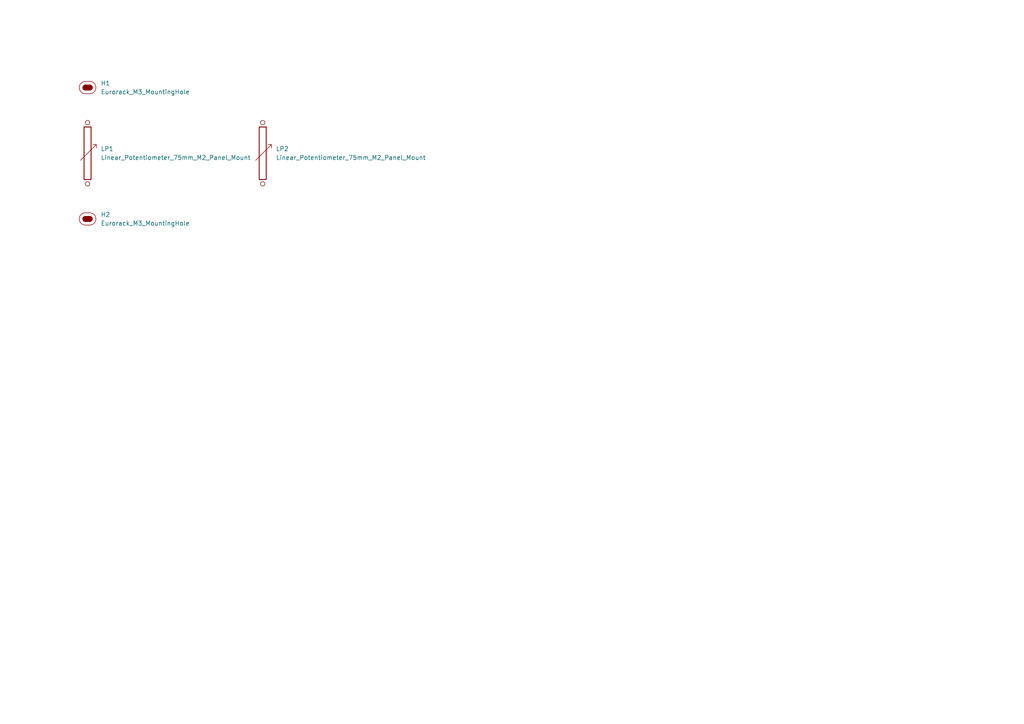
<source format=kicad_sch>
(kicad_sch (version 20250114) (generator "eeschema") (generator_version "9.0")
  (paper "A4")
  (lib_symbols
    (symbol "EXC:Eurorack_M3_MountingHole" (pin_names (offset 1.016))
      (property "Reference" "H" (at 0 5.08 0))
      (property "Value" "Eurorack_M3_MountingHole" (at 0 3.175 0))
      (symbol "Eurorack_M3_MountingHole_0_1"
        (polyline (pts (xy -0.635 0.762) (xy 0.635 0.762)))
        (circle (center -0.635 0) (radius 0.762) (fill (type outline)))
        (arc (start -0.635 -0.762) (mid -1.397 0) (end -0.635 0.762))
        (arc (start -0.635 -1.778) (mid -2.413 0) (end -0.635 1.778))
        (polyline (pts (xy -0.635 -0.762) (xy 0.635 -0.762)))
        (polyline (pts (xy -0.635 -1.778) (xy 0.635 -1.778)))
        (circle (center 0 0) (radius 0.762) (fill (type outline)))
        (polyline (pts (xy 0.635 1.778) (xy -0.635 1.778)))
        (arc (start 0.6141 1.778) (mid 2.4131 0) (end 0.6141 -1.778))
        (arc (start 0.6227 0.762) (mid 1.3971 0) (end 0.6227 -0.762))
        (circle (center 0.635 0) (radius 0.762) (fill (type outline)))
      )
    )
    (symbol "EXC:Linear_Potentiometer_75mm_M2_Panel_Mount" (pin_numbers (hide yes)) (pin_names (offset 0))
      (property "Reference" "LP" (at 0 10.668 0))
      (property "Value" "Linear_Potentiometer_75mm_M2_Panel_Mount" (at -0.254 -11.176 0))
      (symbol "Linear_Potentiometer_75mm_M2_Panel_Mount_0_1"
        (rectangle (start -1.016 7.62) (end 1.016 -7.62) (stroke (width 0.254)))
        (circle (center 0 8.89) (radius 0.635))
        (circle (center 0 -8.89) (radius 0.635))
        (polyline (pts (xy 2.54 1.524) (xy 2.54 2.54) (xy 1.524 2.54) (xy 2.54 2.54) (xy -2.032 -2.032)))
      )
    )
  )
  (symbol (lib_id "EXC:Eurorack_M3_MountingHole") (at 25.4 25.4 0) (unit 1)
    (property "Reference" "H1" (at 29.21 24.1299 0) (effects (justify left)))
    (property "Value" "Eurorack_M3_MountingHole" (at 29.21 26.6699 0) (effects (justify left)))
    (property "Footprint" "EXC:MountingHole_3.2mm_M3" (effects (hide yes)))
    (property "Description" "Mounting Hole without connection" (effects (hide yes)))
  )
  (symbol (lib_id "EXC:Linear_Potentiometer_75mm_M2_Panel_Mount") (at 25.4 44.45 0) (unit 1)
    (property "Reference" "LP1" (at 29.21 43.1799 0) (effects (justify left)))
    (property "Value" "Linear_Potentiometer_75mm_M2_Panel_Mount" (at 29.21 45.7199 0) (effects (justify left)))
    (property "Footprint" "EXC:Linear_Potentiometer_75mm_M2_Panel_Mount" (effects (hide yes)))
    (property "Datasheet" "https://cdn-shop.adafruit.com/product-files/4219/4219_C11375.pdf" (effects (hide yes)))
    (property "Description" "Slide Potentiometer with Knob - 75mm Long - 10KΩ. Panel-mounted with 2x M2 screws, 71mm apart." (effects (hide yes)))
    (property "Source" "https://www.adafruit.com/product/4219" (effects (hide yes)))
  )
  (symbol (lib_id "EXC:Eurorack_M3_MountingHole") (at 25.4 63.5 0) (unit 1)
    (property "Reference" "H2" (at 29.21 62.2299 0) (effects (justify left)))
    (property "Value" "Eurorack_M3_MountingHole" (at 29.21 64.7699 0) (effects (justify left)))
    (property "Footprint" "EXC:MountingHole_3.2mm_M3" (effects (hide yes)))
    (property "Description" "Mounting Hole without connection" (effects (hide yes)))
  )
  (symbol (lib_id "EXC:Linear_Potentiometer_75mm_M2_Panel_Mount") (at 76.2 44.45 0) (unit 1)
    (property "Reference" "LP2" (at 80.01 43.1799 0) (effects (justify left)))
    (property "Value" "Linear_Potentiometer_75mm_M2_Panel_Mount" (at 80.01 45.7199 0) (effects (justify left)))
    (property "Footprint" "EXC:Linear_Potentiometer_75mm_M2_Panel_Mount" (effects (hide yes)))
    (property "Datasheet" "https://cdn-shop.adafruit.com/product-files/4219/4219_C11375.pdf" (effects (hide yes)))
    (property "Description" "Slide Potentiometer with Knob - 75mm Long - 10KΩ. Panel-mounted with 2x M2 screws, 71mm apart." (effects (hide yes)))
    (property "Source" "https://www.adafruit.com/product/4219" (effects (hide yes)))
  )
)
</source>
